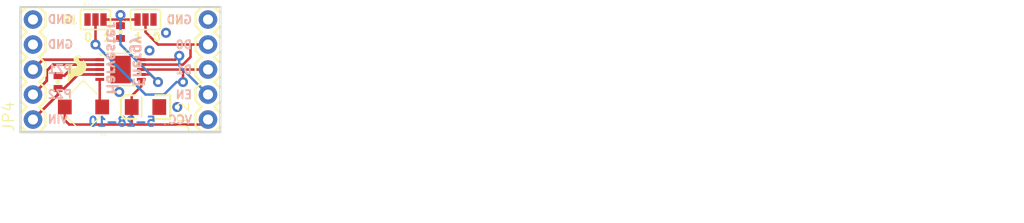
<source format=kicad_pcb>
(kicad_pcb (version 20211014) (generator pcbnew)
  (layers (0 "F.Cu" signal) (31 "B.Cu" signal) (34 "B.Paste" user) (35 "F.Paste" user) (36 "B.SilkS" user "B.Silkscreen") (37 "F.SilkS" user "F.Silkscreen") (38 "B.Mask" user) (39 "F.Mask" user) (44 "Edge.Cuts" user))
  (net 0 "")
  (net 1 "GND")
  (net 2 "N$2")
  (net 3 "EN")
  (net 4 "N$6")
  (net 5 "D1")
  (net 6 "VIN2")
  (net 7 "D0")
  (net 8 "VIN")
  (net 9 "VCC")
  (net 10 "PZ2")
  (net 11 "PZ1")
  (footprint "boardEagle:SFE-LOGO-FLAME" (layer "F.Cu") (at 143.1771 106.3752)
    (fp_text reference "JP1" hide)
    (fp_text value "LOGO-SFESK" hide)
    (fp_poly (pts (xy 1.126002 -2.808203) (xy 1.215449 -2.785829) (xy 1.228477 -2.780783) (xy 1.240149 -2.774875) (xy 1.25686 -2.766576) (xy 1.275552 -2.759834) (xy 1.371694 -2.7026) (xy 1.3793 -2.7026) (xy 1.3793 -2.6772) (xy 1.306833 -2.6772) (xy 1.208418 -2.657914) (xy 1.074855 -2.495286) (xy 1.079365 -2.436825) (xy 1.12809 -2.341869) (xy 1.204666 -2.265196) (xy 1.294069 -2.200638) (xy 1.369348 -2.168824) (xy 1.450737 -2.171632) (xy 1.458864 -2.174186) (xy 1.466257 -2.177389) (xy 1.530514 -2.236956) (xy 1.5368 -2.259812) (xy 1.5368 -2.377938) (xy 1.763707 -2.148127) (xy 1.868186 -1.856841) (xy 1.871603 -1.856894) (xy 1.87806 -1.650435) (xy 1.848857 -1.45742) (xy 1.785308 -1.272842) (xy 1.6663 -1.061578) (xy 1.6663 -1.080581) (xy 1.378131 -0.80901) (xy 0.982239 -0.6985) (xy 0.753005 -0.6985) (xy 0.716201 -0.692046) (xy 0.681776 -0.679592) (xy 0.496322 -0.541784) (xy -0.0126 0.03091) (xy -0.0126 -1.52077) (xy 0.060004 -1.761967) (xy 0.168295 -1.865489) (xy 0.307122 -1.917522) (xy 0.4039 -1.925089) (xy 0.499384 -1.917623) (xy 0.55991 -1.908099) (xy 0.557788 -1.884433) (xy 0.522216 -1.885242) (xy 0.501784 -1.876141) (xy 0.420519 -1.817154) (xy 0.400722 -1.79067) (xy 0.390395 -1.7285) (xy 0.400905 -1.665229) (xy 0.421405 -1.625174) (xy 0.452343 -1.592685) (xy 0.546535 -1.54355) (xy 0.652229 -1.531742) (xy 0.742768 -1.550084) (xy 0.82422 -1.589656) (xy 0.92203 -1.754659) (xy 0.907706 -1.848844) (xy 0.850914 -1.930401) (xy 0.584707 -2.263237) (xy 0.561667 -2.510855) (xy 0.627495 -2.621556) (xy 0.629042 -2.623103) (xy 0.778901 -2.74712) (xy 1.032676 -2.817064)) (layer "F.SilkS") (width 0) (fill solid))
  )
  (footprint "boardEagle:MSOP-10-GNDPAD" (layer "F.Cu") (at 148.5111 105.0036 -90)
    (fp_text reference "U1" (at -1.35 -0.7 -90) (layer "F.SilkS") (effects (font (size 0.373888 0.373888) (thickness 0.032512)) (justify left bottom)))
    (fp_text value "LTC3588")
    (fp_line (start -1.6508 -1.5) (end -1.6508 1.5) (layer "F.SilkS") (width 0.127))
    (fp_line (start 1.6508 -1.5) (end 1.6508 1.5) (layer "F.SilkS") (width 0.127))
    (fp_circle (center -1.5494 1.9812) (end -1.4927 1.9812) (layer "F.SilkS") (width 0.127) (fill none))
    (pad "1" smd rect (at -1 2.1095 270) (size 0.305 0.889) (layers "F.Cu" "F.Paste" "F.Mask") (net 11 "PZ1"))
    (pad "2" smd rect (at -0.5 2.1095 270) (size 0.305 0.889) (layers "F.Cu" "F.Paste" "F.Mask") (net 10 "PZ2"))
    (pad "3" smd rect (at 0 2.1095 270) (size 0.305 0.889) (layers "F.Cu" "F.Paste" "F.Mask") (net 2 "N$2"))
    (pad "4" smd rect (at 0.5 2.1095 270) (size 0.305 0.889) (layers "F.Cu" "F.Paste" "F.Mask") (net 8 "VIN"))
    (pad "5" smd rect (at 1 2.1095 270) (size 0.305 0.889) (layers "F.Cu" "F.Paste" "F.Mask") (net 4 "N$6"))
    (pad "6" smd rect (at 1 -2.1095 270) (size 0.305 0.889) (layers "F.Cu" "F.Paste" "F.Mask") (net 9 "VCC"))
    (pad "7" smd rect (at 0.5 -2.1095 270) (size 0.305 0.889) (layers "F.Cu" "F.Paste" "F.Mask") (net 6 "VIN2"))
    (pad "8" smd rect (at 0 -2.1095 270) (size 0.305 0.889) (layers "F.Cu" "F.Paste" "F.Mask") (net 5 "D1"))
    (pad "9" smd rect (at -0.5 -2.1095 270) (size 0.305 0.889) (layers "F.Cu" "F.Paste" "F.Mask") (net 7 "D0"))
    (pad "10" smd rect (at -1 -2.1095 270) (size 0.305 0.889) (layers "F.Cu" "F.Paste" "F.Mask") (net 3 "EN"))
    (pad "GND" smd rect (at 0 0 270) (size 2.794 2.083) (layers "F.Cu" "F.Paste" "F.Mask") (net 1 "GND"))
  )
  (footprint "boardEagle:1X05" (layer "F.Cu") (at 139.6211 110.0836 90)
    (fp_text reference "JP4" (at -1.3462 -1.8288 90) (layer "F.SilkS") (effects (font (size 1.143 1.143) (thickness 0.127)) (justify left bottom)))
    (fp_text value "Input")
    (fp_line (start 11.43 -0.635) (end 11.43 0.635) (layer "F.SilkS") (width 0.2032))
    (fp_line (start 4.445 1.27) (end 3.81 0.635) (layer "F.SilkS") (width 0.2032))
    (fp_line (start 0.635 -1.27) (end 1.27 -0.635) (layer "F.SilkS") (width 0.2032))
    (fp_line (start 6.35 0.635) (end 5.715 1.27) (layer "F.SilkS") (width 0.2032))
    (fp_line (start 5.715 1.27) (end 4.445 1.27) (layer "F.SilkS") (width 0.2032))
    (fp_line (start 8.255 -1.27) (end 8.89 -0.635) (layer "F.SilkS") (width 0.2032))
    (fp_line (start 8.255 1.27) (end 6.985 1.27) (layer "F.SilkS") (width 0.2032))
    (fp_line (start -0.635 -1.27) (end 0.635 -1.27) (layer "F.SilkS") (width 0.2032))
    (fp_line (start 9.525 1.27) (end 8.89 0.635) (layer "F.SilkS") (width 0.2032))
    (fp_line (start 3.175 1.27) (end 1.905 1.27) (layer "F.SilkS") (width 0.2032))
    (fp_line (start 1.27 0.635) (end 0.635 1.27) (layer "F.SilkS") (width 0.2032))
    (fp_line (start -0.635 -1.27) (end -1.27 -0.635) (layer "F.SilkS") (width 0.2032))
    (fp_line (start 10.795 -1.27) (end 11.43 -0.635) (layer "F.SilkS") (width 0.2032))
    (fp_line (start 3.81 0.635) (end 3.175 1.27) (layer "F.SilkS") (width 0.2032))
    (fp_line (start 6.985 -1.27) (end 8.255 -1.27) (layer "F.SilkS") (width 0.2032))
    (fp_line (start 8.89 -0.635) (end 9.525 -1.27) (layer "F.SilkS") (width 0.2032))
    (fp_line (start 6.35 0.635) (end 6.985 1.27) (layer "F.SilkS") (width 0.2032))
    (fp_line (start 4.445 -1.27) (end 5.715 -1.27) (layer "F.SilkS") (width 0.2032))
    (fp_line (start 1.905 1.27) (end 1.27 0.635) (layer "F.SilkS") (width 0.2032))
    (fp_line (start 10.795 1.27) (end 9.525 1.27) (layer "F.SilkS") (width 0.2032))
    (fp_line (start 11.43 0.635) (end 10.795 1.27) (layer "F.SilkS") (width 0.2032))
    (fp_line (start 0.635 1.27) (end -0.635 1.27) (layer "F.SilkS") (width 0.2032))
    (fp_line (start -1.27 -0.635) (end -1.27 0.635) (layer "F.SilkS") (width 0.2032))
    (fp_line (start 3.175 -1.27) (end 3.81 -0.635) (layer "F.SilkS") (width 0.2032))
    (fp_line (start 5.715 -1.27) (end 6.35 -0.635) (layer "F.SilkS") (width 0.2032))
    (fp_line (start 3.81 -0.635) (end 4.445 -1.27) (layer "F.SilkS") (width 0.2032))
    (fp_line (start 1.905 -1.27) (end 3.175 -1.27) (layer "F.SilkS") (width 0.2032))
    (fp_line (start -1.27 0.635) (end -0.635 1.27) (layer "F.SilkS") (width 0.2032))
    (fp_line (start 9.525 -1.27) (end 10.795 -1.27) (layer "F.SilkS") (width 0.2032))
    (fp_line (start 6.985 -1.27) (end 6.35 -0.635) (layer "F.SilkS") (width 0.2032))
    (fp_line (start 8.89 0.635) (end 8.255 1.27) (layer "F.SilkS") (width 0.2032))
    (fp_line (start 1.27 -0.635) (end 1.905 -1.27) (layer "F.SilkS") (width 0.2032))
    (pad "1" thru_hole circle (at 0 0 180) (size 1.8796 1.8796) (drill 1.016) (layers *.Cu *.Mask) (net 8 "VIN"))
    (pad "2" thru_hole circle (at 2.54 0 180) (size 1.8796 1.8796) (drill 1.016) (layers *.Cu *.Mask) (net 10 "PZ2"))
    (pad "3" thru_hole circle (at 5.08 0 180) (size 1.8796 1.8796) (drill 1.016) (layers *.Cu *.Mask) (net 11 "PZ1"))
    (pad "4" thru_hole circle (at 7.62 0 180) (size 1.8796 1.8796) (drill 1.016) (layers *.Cu *.Mask) (net 1 "GND"))
    (pad "5" thru_hole circle (at 10.16 0 180) (size 1.8796 1.8796) (drill 1.016) (layers *.Cu *.Mask) (net 1 "GND"))
  )
  (footprint "boardEagle:0402-CAP" (layer "F.Cu") (at 142.1611 106.2736 90)
    (fp_text reference "C3" (at -0.889 -0.6985 90) (layer "F.SilkS") (effects (font (size 0.373888 0.373888) (thickness 0.032512)) (justify left bottom)))
    (fp_text value "1uF")
    (fp_line (start 0 -0.0305) (end 0 0.0305) (layer "F.SilkS") (width 0.4064))
    (pad "1" smd rect (at -0.65 0 90) (size 0.7 0.9) (layers "F.Cu" "F.Paste" "F.Mask") (net 8 "VIN"))
    (pad "2" smd rect (at 0.65 0 90) (size 0.7 0.9) (layers "F.Cu" "F.Paste" "F.Mask") (net 2 "N$2"))
  )
  (footprint "boardEagle:CREATIVE_COMMONS" (layer "F.Cu") (at 157.4011 120.2436)
    (fp_text reference "U$1" hide)
    (fp_text value "CREATIVE_COMMONS" hide)
  )
  (footprint "boardEagle:0402-CAP" (layer "F.Cu") (at 148.5111 101.1936 -90)
    (fp_text reference "C1" (at -0.889 -0.6985 -90) (layer "F.SilkS") (effects (font (size 0.373888 0.373888) (thickness 0.032512)) (justify left bottom)))
    (fp_text value "4.7uF")
    (fp_line (start 0 -0.0305) (end 0 0.0305) (layer "F.SilkS") (width 0.4064))
    (pad "1" smd rect (at -0.65 0 270) (size 0.7 0.9) (layers "F.Cu" "F.Paste" "F.Mask") (net 6 "VIN2"))
    (pad "2" smd rect (at 0.65 0 270) (size 0.7 0.9) (layers "F.Cu" "F.Paste" "F.Mask") (net 1 "GND"))
  )
  (footprint "boardEagle:1X05" (layer "F.Cu") (at 157.4011 110.0836 90)
    (fp_text reference "JP2" (at -1.3462 -1.8288 90) (layer "F.SilkS") (effects (font (size 1.143 1.143) (thickness 0.127)) (justify left bottom)))
    (fp_text value "Control")
    (fp_line (start 1.905 1.27) (end 1.27 0.635) (layer "F.SilkS") (width 0.2032))
    (fp_line (start 4.445 -1.27) (end 5.715 -1.27) (layer "F.SilkS") (width 0.2032))
    (fp_line (start 8.255 -1.27) (end 8.89 -0.635) (layer "F.SilkS") (width 0.2032))
    (fp_line (start 3.175 -1.27) (end 3.81 -0.635) (layer "F.SilkS") (width 0.2032))
    (fp_line (start 5.715 -1.27) (end 6.35 -0.635) (layer "F.SilkS") (width 0.2032))
    (fp_line (start 8.255 1.27) (end 6.985 1.27) (layer "F.SilkS") (width 0.2032))
    (fp_line (start -0.635 -1.27) (end -1.27 -0.635) (layer "F.SilkS") (width 0.2032))
    (fp_line (start 10.795 1.27) (end 9.525 1.27) (layer "F.SilkS") (width 0.2032))
    (fp_line (start 0.635 -1.27) (end 1.27 -0.635) (layer "F.SilkS") (width 0.2032))
    (fp_line (start -1.27 -0.635) (end -1.27 0.635) (layer "F.SilkS") (width 0.2032))
    (fp_line (start 1.905 -1.27) (end 3.175 -1.27) (layer "F.SilkS") (width 0.2032))
    (fp_line (start 6.35 0.635) (end 6.985 1.27) (layer "F.SilkS") (width 0.2032))
    (fp_line (start 8.89 -0.635) (end 9.525 -1.27) (layer "F.SilkS") (width 0.2032))
    (fp_line (start 1.27 -0.635) (end 1.905 -1.27) (layer "F.SilkS") (width 0.2032))
    (fp_line (start -0.635 -1.27) (end 0.635 -1.27) (layer "F.SilkS") (width 0.2032))
    (fp_line (start 9.525 -1.27) (end 10.795 -1.27) (layer "F.SilkS") (width 0.2032))
    (fp_line (start 11.43 0.635) (end 10.795 1.27) (layer "F.SilkS") (width 0.2032))
    (fp_line (start 3.175 1.27) (end 1.905 1.27) (layer "F.SilkS") (width 0.2032))
    (fp_line (start 1.27 0.635) (end 0.635 1.27) (layer "F.SilkS") (width 0.2032))
    (fp_line (start 9.525 1.27) (end 8.89 0.635) (layer "F.SilkS") (width 0.2032))
    (fp_line (start 6.985 -1.27) (end 8.255 -1.27) (layer "F.SilkS") (width 0.2032))
    (fp_line (start 6.985 -1.27) (end 6.35 -0.635) (layer "F.SilkS") (width 0.2032))
    (fp_line (start 8.89 0.635) (end 8.255 1.27) (layer "F.SilkS") (width 0.2032))
    (fp_line (start 10.795 -1.27) (end 11.43 -0.635) (layer "F.SilkS") (width 0.2032))
    (fp_line (start 3.81 -0.635) (end 4.445 -1.27) (layer "F.SilkS") (width 0.2032))
    (fp_line (start 0.635 1.27) (end -0.635 1.27) (layer "F.SilkS") (width 0.2032))
    (fp_line (start 5.715 1.27) (end 4.445 1.27) (layer "F.SilkS") (width 0.2032))
    (fp_line (start 11.43 -0.635) (end 11.43 0.635) (layer "F.SilkS") (width 0.2032))
    (fp_line (start -1.27 0.635) (end -0.635 1.27) (layer "F.SilkS") (width 0.2032))
    (fp_line (start 4.445 1.27) (end 3.81 0.635) (layer "F.SilkS") (width 0.2032))
    (fp_line (start 6.35 0.635) (end 5.715 1.27) (layer "F.SilkS") (width 0.2032))
    (fp_line (start 3.81 0.635) (end 3.175 1.27) (layer "F.SilkS") (width 0.2032))
    (pad "1" thru_hole circle (at 0 0 180) (size 1.8796 1.8796) (drill 1.016) (layers *.Cu *.Mask) (net 9 "VCC"))
    (pad "2" thru_hole circle (at 2.54 0 180) (size 1.8796 1.8796) (drill 1.016) (layers *.Cu *.Mask) (net 3 "EN"))
    (pad "3" thru_hole circle (at 5.08 0 180) (size 1.8796 1.8796) (drill 1.016) (layers *.Cu *.Mask) (net 5 "D1"))
    (pad "4" thru_hole circle (at 7.62 0 180) (size 1.8796 1.8796) (drill 1.016) (layers *.Cu *.Mask) (net 7 "D0"))
    (pad "5" thru_hole circle (at 10.16 0 180) (size 1.8796 1.8796) (drill 1.016) (layers *.Cu *.Mask) (net 1 "GND"))
  )
  (footprint "boardEagle:EIA3216" (layer "F.Cu") (at 151.0511 108.8136 180)
    (fp_text reference "C7" (at -2.54 -1.381 180) (layer "F.SilkS") (effects (font (size 0.373888 0.373888) (thickness 0.032512)) (justify right top)))
    (fp_text value "10uF")
    (fp_line (start 0.381 -1.016) (end 0.381 1.016) (layer "F.SilkS") (width 0.127))
    (fp_line (start 1 1.2) (end 2.1 1.2) (layer "F.SilkS") (width 0.2032))
    (fp_line (start -1 1.2) (end -2.5 1.2) (layer "F.SilkS") (width 0.2032))
    (fp_line (start 2.5 0.8) (end 2.5 -0.8) (layer "F.SilkS") (width 0.2032))
    (fp_line (start 2.5 -0.8) (end 2.1 -1.2) (layer "F.SilkS") (width 0.2032))
    (fp_line (start 2.1 -1.2) (end 1 -1.2) (layer "F.SilkS") (width 0.2032))
    (fp_line (start 2.1 1.2) (end 2.5 0.8) (layer "F.SilkS") (width 0.2032))
    (fp_line (start -2.5 1.2) (end -2.5 -1.2) (layer "F.SilkS") (width 0.2032))
    (fp_line (start -2.5 -1.2) (end -1 -1.2) (layer "F.SilkS") (width 0.2032))
    (pad "A" smd rect (at 1.4 0 270) (size 1.6 1.4) (layers "F.Cu" "F.Paste" "F.Mask") (net 9 "VCC"))
    (pad "C" smd rect (at -1.4 0 270) (size 1.6 1.4) (layers "F.Cu" "F.Paste" "F.Mask") (net 1 "GND"))
  )
  (footprint "boardEagle:CDRH3D28" (layer "F.Cu") (at 144.7011 108.8136 180)
    (fp_text reference "U2" (at -2.492 -2.524 180) (layer "F.SilkS") (effects (font (size 0.373888 0.373888) (thickness 0.032512)) (justify right top)))
    (fp_text value "10uH")
    (fp_line (start -0.0436 2.6999) (end -1.3785 1.3649) (layer "F.SilkS") (width 0.127))
    (fp_line (start 1.6563 -0.9999) (end 0.7024 -1.9538) (layer "F.SilkS") (width 0.127))
    (fp_line (start -0.0436 2.6999) (end 1.2914 1.3649) (layer "F.SilkS") (width 0.127))
    (fp_line (start -1.7435 -1) (end -0.7895 -1.954) (layer "F.SilkS") (width 0.127))
    (pad "1" smd rect (at -1.9504 0.007 90) (size 1.5 1.4) (layers "F.Cu" "F.Paste" "F.Mask") (net 4 "N$6"))
    (pad "2" smd rect (at 1.849 0.007 90) (size 1.5 1.4) (layers "F.Cu" "F.Paste" "F.Mask") (net 9 "VCC"))
  )
  (footprint "boardEagle:SJ_3_PASTE1&2" (layer "F.Cu") (at 151.0511 99.9236 180)
    (fp_text reference "SJ2" (at -1.27 -1.27 180) (layer "F.SilkS") (effects (font (size 0.373888 0.373888) (thickness 0.032512)) (justify right top)))
    (fp_text value "D0")
    (fp_line (start 1.524 0.762) (end 1.524 -0.762) (layer "F.SilkS") (width 0.1524))
    (fp_line (start -1.27 -1.016) (end 1.27 -1.016) (layer "F.SilkS") (width 0.1524))
    (fp_line (start 1.27 1.016) (end -1.27 1.016) (layer "F.SilkS") (width 0.1524))
    (fp_line (start -1.524 0.762) (end -1.524 -0.762) (layer "F.SilkS") (width 0.1524))
    (fp_arc (start 1.524 0.762) (mid 1.449605 0.941605) (end 1.27 1.016) (layer "F.SilkS") (width 0.1524))
    (fp_arc (start -1.27 1.016) (mid -1.449605 0.941605) (end -1.524 0.762) (layer "F.SilkS") (width 0.1524))
    (fp_arc (start 1.27 -1.016) (mid 1.449605 -0.941605) (end 1.524 -0.762) (layer "F.SilkS") (width 0.1524))
    (fp_arc (start -1.524 -0.762) (mid -1.449605 -0.941605) (end -1.27 -1.016) (layer "F.SilkS") (width 0.1524))
    (pad "1" smd rect (at -0.8128 0 180) (size 0.635 1.27) (layers "F.Cu" "F.Mask") (net 1 "GND"))
    (pad "2" smd rect (at 0 0 180) (size 0.635 1.27) (layers "F.Cu" "F.Mask") (net 7 "D0"))
    (pad "3" smd rect (at 0.8128 0 180) (size 0.635 1.27) (layers "F.Cu" "F.Mask") (net 6 "VIN2"))
  )
  (footprint "boardEagle:SJ_3_PASTE2&3" (layer "F.Cu") (at 145.9711 99.9236)
    (fp_text reference "SJ1" (at -1.27 -1.27) (layer "F.SilkS") (effects (font (size 0.373888 0.373888) (thickness 0.032512)) (justify left bottom)))
    (fp_text value "D1")
    (fp_line (start 1.524 0.762) (end 1.524 -0.762) (layer "F.SilkS") (width 0.1524))
    (fp_line (start -1.524 0.762) (end -1.524 -0.762) (layer "F.SilkS") (width 0.1524))
    (fp_line (start 1.27 1.016) (end -1.27 1.016) (layer "F.SilkS") (width 0.1524))
    (fp_line (start -1.27 -1.016) (end 1.27 -1.016) (layer "F.SilkS") (width 0.1524))
    (fp_arc (start -1.27 1.016) (mid -1.449605 0.941605) (end -1.524 0.762) (layer "F.SilkS") (width 0.1524))
    (fp_arc (start 1.27 -1.016) (mid 1.449605 -0.941605) (end 1.524 -0.762) (layer "F.SilkS") (width 0.1524))
    (fp_arc (start -1.524 -0.762) (mid -1.449605 -0.941605) (end -1.27 -1.016) (layer "F.SilkS") (width 0.1524))
    (fp_arc (start 1.524 0.762) (mid 1.449605 0.941605) (end 1.27 1.016) (layer "F.SilkS") (width 0.1524))
    (pad "1" smd rect (at -0.8128 0) (size 0.635 1.27) (layers "F.Cu" "F.Mask") (net 1 "GND"))
    (pad "2" smd rect (at 0 0) (size 0.635 1.27) (layers "F.Cu" "F.Mask") (net 5 "D1"))
    (pad "3" smd rect (at 0.8128 0) (size 0.635 1.27) (layers "F.Cu" "F.Mask") (net 6 "VIN2"))
  )
  (gr_line (start 138.3511 111.3536) (end 158.6511 111.3536) (layer "Edge.Cuts") (width 0.254))
  (gr_line (start 158.6511 111.3536) (end 158.6711 98.6536) (layer "Edge.Cuts") (width 0.2032))
  (gr_line (start 158.6711 98.6536) (end 138.3511 98.6536) (layer "Edge.Cuts") (width 0.2032))
  (gr_line (start 138.3511 98.6536) (end 138.3511 111.3536) (layer "Edge.Cuts") (width 0.254))
  (gr_text "5-28-10" (at 152.1941 110.8456) (layer "B.Cu") (effects (font (size 0.93726 0.93726) (thickness 0.20574)) (justify left bottom mirror)))
  (gr_text "VIN" (at 141.0181 109.5756) (layer "B.SilkS") (effects (font (size 0.83312 0.83312) (thickness 0.18288)) (justify right top mirror)))
  (gr_text "Harvester" (at 148.2571 100.0506 -90) (layer "B.SilkS") (effects (font (size 1.0414 1.0414) (thickness 0.2286)) (justify right top mirror)))
  (gr_text "D1" (at 155.8771 105.5116) (layer "B.SilkS") (effects (font (size 0.83312 0.83312) (thickness 0.18288)) (justify left bottom mirror)))
  (gr_text "Energy" (at 150.9241 101.4476 -90) (layer "B.SilkS") (effects (font (size 1.0414 1.0414) (thickness 0.2286)) (justify right top mirror)))
  (gr_text "VCC" (at 155.8771 110.5916) (layer "B.SilkS") (effects (font (size 0.83312 0.83312) (thickness 0.18288)) (justify left bottom mirror)))
  (gr_text "D0" (at 155.8771 102.9716) (layer "B.SilkS") (effects (font (size 0.83312 0.83312) (thickness 0.18288)) (justify left bottom mirror)))
  (gr_text "EN" (at 155.8771 108.0516) (layer "B.SilkS") (effects (font (size 0.83312 0.83312) (thickness 0.18288)) (justify left bottom mirror)))
  (gr_text "GND" (at 155.8771 100.4316) (layer "B.SilkS") (effects (font (size 0.83312 0.83312) (thickness 0.18288)) (justify left bottom mirror)))
  (gr_text "PZ1" (at 141.0181 104.4956) (layer "B.SilkS") (effects (font (size 0.83312 0.83312) (thickness 0.18288)) (justify right top mirror)))
  (gr_text "PZ2" (at 141.0181 107.0356) (layer "B.SilkS") (effects (font (size 0.83312 0.83312) (thickness 0.18288)) (justify right top mirror)))
  (gr_text "GND" (at 141.0181 99.4156) (layer "B.SilkS") (effects (font (size 0.83312 0.83312) (thickness 0.18288)) (justify right top mirror)))
  (gr_text "GND" (at 141.0181 101.9556) (layer "B.SilkS") (effects (font (size 0.83312 0.83312) (thickness 0.18288)) (justify right top mirror)))
  (gr_text "1" (at 149.7811 102.2096) (layer "F.SilkS") (effects (font (size 0.83312 0.83312) (thickness 0.18288)) (justify left bottom)))
  (gr_text "1" (at 146.6061 102.2096) (layer "F.SilkS") (effects (font (size 0.83312 0.83312) (thickness 0.18288)) (justify left bottom)))
  (gr_text "0" (at 151.6861 102.2096) (layer "F.SilkS") (effects (font (size 0.83312 0.83312) (thickness 0.18288)) (justify left bottom)))
  (gr_text "D1" (at 142.4151 100.4316) (layer "F.SilkS") (effects (font (size 0.83312 0.83312) (thickness 0.18288)) (justify left bottom)))
  (gr_text "0" (at 144.7011 102.2096) (layer "F.SilkS") (effects (font (size 0.83312 0.83312) (thickness 0.18288)) (justify left bottom)))
  (gr_text "D0" (at 153.0831 100.4316) (layer "F.SilkS") (effects (font (size 0.83312 0.83312) (thickness 0.18288)) (justify left bottom)))
  (via (at 154.2769 108.8136) (size 1.016) (drill 0.508) (layers "F.Cu" "B.Cu") (net 1))
  (via (at 148.3841 107.2896) (size 1.016) (drill 0.508) (layers "F.Cu" "B.Cu") (net 1))
  (via (at 151.4575 103.0732) (size 1.016) (drill 0.508) (layers "F.Cu" "B.Cu") (net 1))
  (via (at 153.1339 101.2698) (size 1.016) (drill 0.508) (layers "F.Cu" "B.Cu") (net 1))
  (segment (start 142.1611 105.6236) (end 142.8111 105.6236) (width 0.2794) (layer "F.Cu") (net 2))
  (segment (start 143.4311 105.0036) (end 146.4016 105.0036) (width 0.2794) (layer "F.Cu") (net 2))
  (segment (start 142.8111 105.6236) (end 143.4311 105.0036) (width 0.2794) (layer "F.Cu") (net 2))
  (segment (start 154.0831 104.0036) (end 154.4801 103.6066) (width 0.254) (layer "F.Cu") (net 3))
  (segment (start 150.6206 104.0036) (end 154.0831 104.0036) (width 0.254) (layer "F.Cu") (net 3))
  (via (at 154.4801 103.6066) (size 1.016) (drill 0.508) (layers "F.Cu" "B.Cu") (net 3))
  (segment (start 154.4801 104.6226) (end 157.4011 107.5436) (width 0.254) (layer "B.Cu") (net 3))
  (segment (start 154.4801 103.6066) (end 154.4801 104.6226) (width 0.254) (layer "B.Cu") (net 3))
  (segment (start 146.4016 108.5567) (end 146.4016 106.0036) (width 0.254) (layer "F.Cu") (net 4))
  (segment (start 146.6515 108.8066) (end 146.4016 108.5567) (width 0.254) (layer "F.Cu") (net 4))
  (segment (start 154.8611 105.0036) (end 157.4011 105.0036) (width 0.254) (layer "F.Cu") (net 5))
  (segment (start 145.9711 102.4636) (end 145.9711 99.9236) (width 0.254) (layer "F.Cu") (net 5))
  (segment (start 150.6206 105.0036) (end 154.8611 105.0036) (width 0.254) (layer "F.Cu") (net 5))
  (segment (start 154.8611 105.0036) (end 154.8611 106.2736) (width 0.254) (layer "F.Cu") (net 5))
  (via (at 154.8611 106.2736) (size 1.016) (drill 0.508) (layers "F.Cu" "B.Cu") (net 5))
  (via (at 145.9711 102.4636) (size 1.016) (drill 0.508) (layers "F.Cu" "B.Cu") (net 5))
  (segment (start 154.2007 106.2736) (end 152.9307 107.5436) (width 0.254) (layer "B.Cu") (net 5))
  (segment (start 154.8611 106.2736) (end 154.2007 106.2736) (width 0.254) (layer "B.Cu") (net 5))
  (segment (start 152.9307 107.5436) (end 151.0511 107.5436) (width 0.254) (layer "B.Cu") (net 5))
  (segment (start 151.0511 107.5436) (end 145.9711 102.4636) (width 0.254) (layer "B.Cu") (net 5))
  (segment (start 151.5511 105.5036) (end 152.3211 106.2736) (width 0.254) (layer "F.Cu") (net 6))
  (segment (start 148.5111 99.9236) (end 146.7839 99.9236) (width 0.254) (layer "F.Cu") (net 6))
  (segment (start 148.5111 99.9236) (end 150.2383 99.9236) (width 0.254) (layer "F.Cu") (net 6))
  (segment (start 148.5111 99.4664) (end 148.5111 99.9236) (width 0.254) (layer "F.Cu") (net 6))
  (segment (start 148.5111 99.9236) (end 148.5111 100.5436) (width 0.254) (layer "F.Cu") (net 6))
  (segment (start 150.6206 105.5036) (end 151.5511 105.5036) (width 0.254) (layer "F.Cu") (net 6))
  (via (at 152.3211 106.2736) (size 1.016) (drill 0.508) (layers "F.Cu" "B.Cu") (net 6))
  (via (at 148.5111 99.4664) (size 1.016) (drill 0.508) (layers "F.Cu" "B.Cu") (net 6))
  (segment (start 152.3211 106.2736) (end 148.5111 102.4636) (width 0.254) (layer "B.Cu") (net 6))
  (segment (start 148.5111 102.4636) (end 148.5111 99.4664) (width 0.254) (layer "B.Cu") (net 6))
  (segment (start 150.6206 104.5036) (end 154.8531 104.5036) (width 0.254) (layer "F.Cu") (net 7))
  (segment (start 155.6231 102.4636) (end 157.4011 102.4636) (width 0.254) (layer "F.Cu") (net 7))
  (segment (start 152.3211 102.4636) (end 151.0511 101.1936) (width 0.254) (layer "F.Cu") (net 7))
  (segment (start 151.0511 101.1936) (end 151.0511 99.9236) (width 0.254) (layer "F.Cu") (net 7))
  (segment (start 155.6231 102.4636) (end 152.3211 102.4636) (width 0.254) (layer "F.Cu") (net 7))
  (segment (start 154.8531 104.5036) (end 155.6231 103.7336) (width 0.254) (layer "F.Cu") (net 7))
  (segment (start 155.6231 103.7336) (end 155.6231 102.4636) (width 0.254) (layer "F.Cu") (net 7))
  (segment (start 139.6211 110.0836) (end 142.1611 107.5436) (width 0.2794) (layer "F.Cu") (net 8))
  (segment (start 142.1611 107.5436) (end 142.1611 106.9236) (width 0.2794) (layer "F.Cu") (net 8))
  (segment (start 142.7811 106.9236) (end 144.2011 105.5036) (width 0.2794) (layer "F.Cu") (net 8))
  (segment (start 142.1611 106.9236) (end 142.7811 106.9236) (width 0.2794) (layer "F.Cu") (net 8))
  (segment (start 144.2011 105.5036) (end 146.4016 105.5036) (width 0.2794) (layer "F.Cu") (net 8))
  (segment (start 143.3041 110.5916) (end 142.8521 110.1396) (width 0.254) (layer "F.Cu") (net 9))
  (segment (start 149.6541 110.5916) (end 149.6511 110.5886) (width 0.254) (layer "F.Cu") (net 9))
  (segment (start 150.6206 106.7041) (end 150.6206 106.0036) (width 0.254) (layer "F.Cu") (net 9))
  (segment (start 143.3041 110.5916) (end 149.6541 110.5916) (width 0.254) (layer "F.Cu") (net 9))
  (segment (start 149.6511 107.6736) (end 150.6206 106.7041) (width 0.254) (layer "F.Cu") (net 9))
  (segment (start 149.6541 110.5916) (end 156.8931 110.5916) (width 0.254) (layer "F.Cu") (net 9))
  (segment (start 142.8521 110.1396) (end 142.8521 108.8066) (width 0.254) (layer "F.Cu") (net 9))
  (segment (start 149.6511 108.8136) (end 149.6541 108.8166) (width 0.254) (layer "F.Cu") (net 9))
  (segment (start 149.6511 108.8136) (end 149.6511 107.6736) (width 0.254) (layer "F.Cu") (net 9))
  (segment (start 156.8931 110.5916) (end 157.4011 110.0836) (width 0.254) (layer "F.Cu") (net 9))
  (segment (start 149.6511 110.5886) (end 149.6511 108.8136) (width 0.254) (layer "F.Cu") (net 9))
  (segment (start 139.6211 107.5436) (end 141.0181 106.1466) (width 0.2794) (layer "F.Cu") (net 10))
  (segment (start 141.0181 105.1306) (end 141.6451 104.5036) (width 0.2794) (layer "F.Cu") (net 10))
  (segment (start 141.0181 106.1466) (end 141.0181 105.1306) (width 0.2794) (layer "F.Cu") (net 10))
  (segment (start 141.6451 104.5036) (end 146.4016 104.5036) (width 0.2794) (layer "F.Cu") (net 10))
  (segment (start 140.6211 104.0036) (end 146.4016 104.0036) (width 0.2794) (layer "F.Cu") (net 11))
  (segment (start 139.6211 105.0036) (end 140.6211 104.0036) (width 0.2794) (layer "F.Cu") (net 11))
)
</source>
